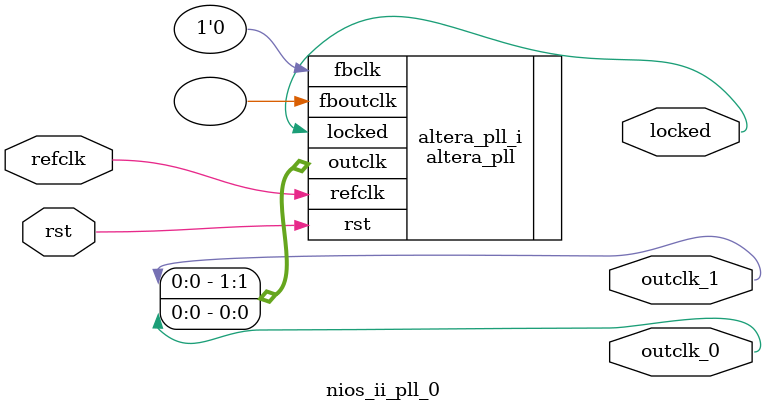
<source format=v>
`timescale 1ns/10ps
module  nios_ii_pll_0(

	// interface 'refclk'
	input wire refclk,

	// interface 'reset'
	input wire rst,

	// interface 'outclk0'
	output wire outclk_0,

	// interface 'outclk1'
	output wire outclk_1,

	// interface 'locked'
	output wire locked
);

	altera_pll #(
		.fractional_vco_multiplier("false"),
		.reference_clock_frequency("50.0 MHz"),
		.operation_mode("direct"),
		.number_of_clocks(2),
		.output_clock_frequency0("100.000000 MHz"),
		.phase_shift0("0 ps"),
		.duty_cycle0(50),
		.output_clock_frequency1("100.000000 MHz"),
		.phase_shift1("0 ps"),
		.duty_cycle1(50),
		.output_clock_frequency2("0 MHz"),
		.phase_shift2("0 ps"),
		.duty_cycle2(50),
		.output_clock_frequency3("0 MHz"),
		.phase_shift3("0 ps"),
		.duty_cycle3(50),
		.output_clock_frequency4("0 MHz"),
		.phase_shift4("0 ps"),
		.duty_cycle4(50),
		.output_clock_frequency5("0 MHz"),
		.phase_shift5("0 ps"),
		.duty_cycle5(50),
		.output_clock_frequency6("0 MHz"),
		.phase_shift6("0 ps"),
		.duty_cycle6(50),
		.output_clock_frequency7("0 MHz"),
		.phase_shift7("0 ps"),
		.duty_cycle7(50),
		.output_clock_frequency8("0 MHz"),
		.phase_shift8("0 ps"),
		.duty_cycle8(50),
		.output_clock_frequency9("0 MHz"),
		.phase_shift9("0 ps"),
		.duty_cycle9(50),
		.output_clock_frequency10("0 MHz"),
		.phase_shift10("0 ps"),
		.duty_cycle10(50),
		.output_clock_frequency11("0 MHz"),
		.phase_shift11("0 ps"),
		.duty_cycle11(50),
		.output_clock_frequency12("0 MHz"),
		.phase_shift12("0 ps"),
		.duty_cycle12(50),
		.output_clock_frequency13("0 MHz"),
		.phase_shift13("0 ps"),
		.duty_cycle13(50),
		.output_clock_frequency14("0 MHz"),
		.phase_shift14("0 ps"),
		.duty_cycle14(50),
		.output_clock_frequency15("0 MHz"),
		.phase_shift15("0 ps"),
		.duty_cycle15(50),
		.output_clock_frequency16("0 MHz"),
		.phase_shift16("0 ps"),
		.duty_cycle16(50),
		.output_clock_frequency17("0 MHz"),
		.phase_shift17("0 ps"),
		.duty_cycle17(50),
		.pll_type("General"),
		.pll_subtype("General")
	) altera_pll_i (
		.rst	(rst),
		.outclk	({outclk_1, outclk_0}),
		.locked	(locked),
		.fboutclk	( ),
		.fbclk	(1'b0),
		.refclk	(refclk)
	);
endmodule


</source>
